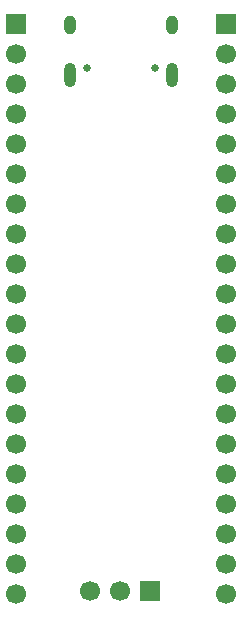
<source format=gbr>
%TF.GenerationSoftware,KiCad,Pcbnew,9.0.6*%
%TF.CreationDate,2025-12-14T11:18:03-08:00*%
%TF.ProjectId,devboard,64657662-6f61-4726-942e-6b696361645f,rev?*%
%TF.SameCoordinates,Original*%
%TF.FileFunction,Soldermask,Bot*%
%TF.FilePolarity,Negative*%
%FSLAX46Y46*%
G04 Gerber Fmt 4.6, Leading zero omitted, Abs format (unit mm)*
G04 Created by KiCad (PCBNEW 9.0.6) date 2025-12-14 11:18:03*
%MOMM*%
%LPD*%
G01*
G04 APERTURE LIST*
%ADD10C,0.650000*%
%ADD11O,1.000000X2.100000*%
%ADD12O,1.000000X1.600000*%
%ADD13R,1.700000X1.700000*%
%ADD14C,1.700000*%
G04 APERTURE END LIST*
D10*
%TO.C,J1*%
X85060000Y-60620000D03*
X79280000Y-60620000D03*
D11*
X86490000Y-61150000D03*
D12*
X86490000Y-56970000D03*
D11*
X77850000Y-61150000D03*
D12*
X77850000Y-56970000D03*
%TD*%
D13*
%TO.C,J4*%
X84660000Y-104900000D03*
D14*
X82120000Y-104900000D03*
X79580000Y-104900000D03*
%TD*%
D13*
%TO.C,J2*%
X91060000Y-56890000D03*
D14*
X91060000Y-59430000D03*
X91060000Y-61970000D03*
X91060000Y-64510000D03*
X91060000Y-67050000D03*
X91060000Y-69590000D03*
X91060000Y-72130000D03*
X91060000Y-74670000D03*
X91060000Y-77210000D03*
X91060000Y-79750000D03*
X91060000Y-82290000D03*
X91060000Y-84830000D03*
X91060000Y-87370000D03*
X91060000Y-89910000D03*
X91060000Y-92450000D03*
X91060000Y-94990000D03*
X91060000Y-97530000D03*
X91060000Y-100070000D03*
X91060000Y-102610000D03*
X91060000Y-105150000D03*
%TD*%
D13*
%TO.C,J3*%
X73280000Y-56890000D03*
D14*
X73280000Y-59430000D03*
X73280000Y-61970000D03*
X73280000Y-64510000D03*
X73280000Y-67050000D03*
X73280000Y-69590000D03*
X73280000Y-72130000D03*
X73280000Y-74670000D03*
X73280000Y-77210000D03*
X73280000Y-79750000D03*
X73280000Y-82290000D03*
X73280000Y-84830000D03*
X73280000Y-87370000D03*
X73280000Y-89910000D03*
X73280000Y-92450000D03*
X73280000Y-94990000D03*
X73280000Y-97530000D03*
X73280000Y-100070000D03*
X73280000Y-102610000D03*
X73280000Y-105150000D03*
%TD*%
M02*

</source>
